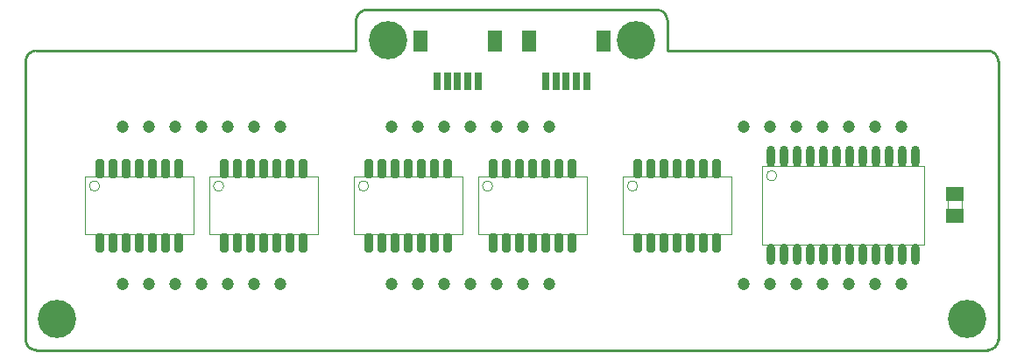
<source format=gbs>
G04 Layer_Color=16711935*
%FSLAX42Y42*%
%MOMM*%
G71*
G01*
G75*
%ADD10C,0.25*%
%ADD12C,0.25*%
%ADD13C,0.10*%
%ADD21C,3.70*%
%ADD22C,1.20*%
%ADD23R,0.80X1.70*%
%ADD24R,1.40X2.00*%
%ADD25O,0.80X2.10*%
G04:AMPARAMS|DCode=26|XSize=0.8mm|YSize=1.85mm|CornerRadius=0.15mm|HoleSize=0mm|Usage=FLASHONLY|Rotation=180.000|XOffset=0mm|YOffset=0mm|HoleType=Round|Shape=RoundedRectangle|*
%AMROUNDEDRECTD26*
21,1,0.80,1.55,0,0,180.0*
21,1,0.50,1.85,0,0,180.0*
1,1,0.31,-0.25,0.77*
1,1,0.31,0.25,0.77*
1,1,0.31,0.25,-0.77*
1,1,0.31,-0.25,-0.77*
%
%ADD26ROUNDEDRECTD26*%
%ADD27R,1.70X1.45*%
D10*
X100Y2900D02*
G03*
X0Y2800I0J-100D01*
G01*
Y100D02*
G03*
X100Y0I100J0D01*
G01*
X9300D02*
G03*
X9400Y100I0J100D01*
G01*
Y2800D02*
G03*
X9300Y2900I-100J0D01*
G01*
X6200Y3200D02*
G03*
X6100Y3300I-100J0D01*
G01*
X3310D02*
G03*
X3190Y3180I0J-120D01*
G01*
D12*
X0Y100D02*
Y2800D01*
X100Y2900D02*
X3190Y2900D01*
X100Y0D02*
X9300D01*
X9400Y100D02*
Y2800D01*
X6200Y2900D02*
X9300D01*
X6200D02*
Y3200D01*
X3190Y2900D02*
Y3180D01*
X3310Y3300D02*
X6100D01*
D13*
X7260Y1690D02*
G03*
X7260Y1690I-50J0D01*
G01*
X5915Y1590D02*
G03*
X5915Y1590I-50J0D01*
G01*
X4515D02*
G03*
X4515Y1590I-50J0D01*
G01*
X3315D02*
G03*
X3315Y1590I-50J0D01*
G01*
X1915D02*
G03*
X1915Y1590I-50J0D01*
G01*
X715D02*
G03*
X715Y1590I-50J0D01*
G01*
X7120Y1780D02*
X8680D01*
X7120Y1020D02*
X8680D01*
X7120D02*
Y1780D01*
X8680Y1020D02*
Y1780D01*
X6825Y1120D02*
Y1680D01*
X5775Y1120D02*
Y1680D01*
Y1120D02*
X6825D01*
X5775Y1680D02*
X6825D01*
X5425Y1120D02*
Y1680D01*
X4375Y1120D02*
Y1680D01*
Y1120D02*
X5425D01*
X4375Y1680D02*
X5425D01*
X4225Y1120D02*
Y1680D01*
X3175Y1120D02*
Y1680D01*
Y1120D02*
X4225D01*
X3175Y1680D02*
X4225D01*
X2825Y1120D02*
Y1680D01*
X1775Y1120D02*
Y1680D01*
Y1120D02*
X2825D01*
X1775Y1680D02*
X2825D01*
X1625Y1120D02*
Y1680D01*
X575Y1120D02*
Y1680D01*
Y1120D02*
X1625D01*
X575Y1680D02*
X1625D01*
X9047Y1295D02*
Y1515D01*
X8912Y1295D02*
Y1515D01*
Y1295D02*
X9047D01*
X8912Y1515D02*
X9047D01*
D21*
X3500Y3000D02*
D03*
X5900D02*
D03*
X300Y300D02*
D03*
X9100D02*
D03*
D22*
X8462Y2162D02*
D03*
X8208D02*
D03*
X7954D02*
D03*
X7700D02*
D03*
X7446D02*
D03*
X7192D02*
D03*
X6938D02*
D03*
X8462Y638D02*
D03*
X8208D02*
D03*
X7954D02*
D03*
X7700D02*
D03*
X7446D02*
D03*
X7192D02*
D03*
X6938D02*
D03*
X5062Y2162D02*
D03*
X4808D02*
D03*
X4554D02*
D03*
X4300D02*
D03*
X4046D02*
D03*
X3792D02*
D03*
X3538D02*
D03*
X5062Y638D02*
D03*
X4808D02*
D03*
X4554D02*
D03*
X4300D02*
D03*
X4046D02*
D03*
X3792D02*
D03*
X3538D02*
D03*
X2462Y2162D02*
D03*
X2208D02*
D03*
X1954D02*
D03*
X1700D02*
D03*
X1446D02*
D03*
X1192D02*
D03*
X938D02*
D03*
X2462Y638D02*
D03*
X2208D02*
D03*
X1954D02*
D03*
X1700D02*
D03*
X1446D02*
D03*
X1192D02*
D03*
X938D02*
D03*
D23*
X3975Y2605D02*
D03*
X4075D02*
D03*
X4175D02*
D03*
X4275D02*
D03*
X4375D02*
D03*
X5025D02*
D03*
X5125D02*
D03*
X5225D02*
D03*
X5325D02*
D03*
X5425D02*
D03*
D24*
X3815Y2995D02*
D03*
X4535D02*
D03*
X4865D02*
D03*
X5585D02*
D03*
D25*
X7201Y1875D02*
D03*
X7329D02*
D03*
X7456D02*
D03*
X7582D02*
D03*
X7710D02*
D03*
X7836D02*
D03*
X7964D02*
D03*
X8090D02*
D03*
X8218D02*
D03*
X8344D02*
D03*
X8471D02*
D03*
X8599D02*
D03*
X7201Y925D02*
D03*
X7329D02*
D03*
X7456D02*
D03*
X7582D02*
D03*
X7710D02*
D03*
X7836D02*
D03*
X7964D02*
D03*
X8090D02*
D03*
X8218D02*
D03*
X8344D02*
D03*
X8471D02*
D03*
X8599D02*
D03*
D26*
X6681Y1038D02*
D03*
X6554D02*
D03*
X6427D02*
D03*
X6300D02*
D03*
X6173D02*
D03*
X6046D02*
D03*
X5919D02*
D03*
X6681Y1762D02*
D03*
X6554D02*
D03*
X6427D02*
D03*
X6300D02*
D03*
X6173D02*
D03*
X6046D02*
D03*
X5919D02*
D03*
X5281Y1038D02*
D03*
X5154D02*
D03*
X5027D02*
D03*
X4900D02*
D03*
X4773D02*
D03*
X4646D02*
D03*
X4519D02*
D03*
X5281Y1762D02*
D03*
X5154D02*
D03*
X5027D02*
D03*
X4900D02*
D03*
X4773D02*
D03*
X4646D02*
D03*
X4519D02*
D03*
X4081Y1038D02*
D03*
X3954D02*
D03*
X3827D02*
D03*
X3700D02*
D03*
X3573D02*
D03*
X3446D02*
D03*
X3319D02*
D03*
X4081Y1762D02*
D03*
X3954D02*
D03*
X3827D02*
D03*
X3700D02*
D03*
X3573D02*
D03*
X3446D02*
D03*
X3319D02*
D03*
X2681Y1038D02*
D03*
X2554D02*
D03*
X2427D02*
D03*
X2300D02*
D03*
X2173D02*
D03*
X2046D02*
D03*
X1919D02*
D03*
X2681Y1762D02*
D03*
X2554D02*
D03*
X2427D02*
D03*
X2300D02*
D03*
X2173D02*
D03*
X2046D02*
D03*
X1919D02*
D03*
X1481Y1038D02*
D03*
X1354D02*
D03*
X1227D02*
D03*
X1100D02*
D03*
X973D02*
D03*
X846D02*
D03*
X719D02*
D03*
X1481Y1762D02*
D03*
X1354D02*
D03*
X1227D02*
D03*
X1100D02*
D03*
X973D02*
D03*
X846D02*
D03*
X719D02*
D03*
D27*
X8980Y1300D02*
D03*
Y1510D02*
D03*
M02*

</source>
